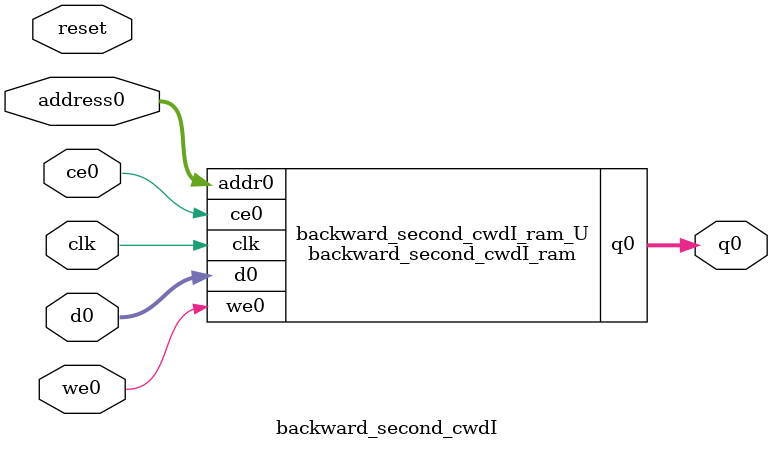
<source format=v>
`timescale 1 ns / 1 ps
module backward_second_cwdI_ram (addr0, ce0, d0, we0, q0,  clk);

parameter DWIDTH = 32;
parameter AWIDTH = 10;
parameter MEM_SIZE = 900;

input[AWIDTH-1:0] addr0;
input ce0;
input[DWIDTH-1:0] d0;
input we0;
output reg[DWIDTH-1:0] q0;
input clk;

(* ram_style = "block" *)reg [DWIDTH-1:0] ram[0:MEM_SIZE-1];




always @(posedge clk)  
begin 
    if (ce0) 
    begin
        if (we0) 
        begin 
            ram[addr0] <= d0; 
        end 
        q0 <= ram[addr0];
    end
end


endmodule

`timescale 1 ns / 1 ps
module backward_second_cwdI(
    reset,
    clk,
    address0,
    ce0,
    we0,
    d0,
    q0);

parameter DataWidth = 32'd32;
parameter AddressRange = 32'd900;
parameter AddressWidth = 32'd10;
input reset;
input clk;
input[AddressWidth - 1:0] address0;
input ce0;
input we0;
input[DataWidth - 1:0] d0;
output[DataWidth - 1:0] q0;



backward_second_cwdI_ram backward_second_cwdI_ram_U(
    .clk( clk ),
    .addr0( address0 ),
    .ce0( ce0 ),
    .we0( we0 ),
    .d0( d0 ),
    .q0( q0 ));

endmodule


</source>
